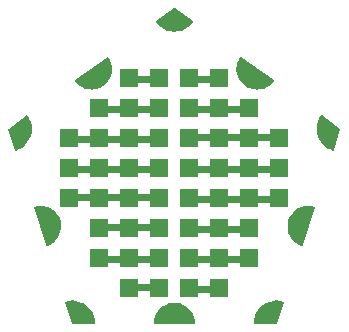
<source format=gbr>
G04 EAGLE Gerber RS-274X export*
G75*
%MOMM*%
%FSLAX34Y34*%
%LPD*%
%INTop Copper*%
%IPPOS*%
%AMOC8*
5,1,8,0,0,1.08239X$1,22.5*%
G01*
%ADD10C,0.800000*%
%ADD11R,1.600000X1.600000*%
%ADD12C,0.609600*%

G36*
X418224Y425214D02*
X418224Y425214D01*
X418257Y425222D01*
X418306Y425223D01*
X421059Y425776D01*
X421091Y425789D01*
X421138Y425799D01*
X423763Y426796D01*
X423792Y426815D01*
X423837Y426832D01*
X426262Y428248D01*
X426288Y428271D01*
X426329Y428295D01*
X428488Y430091D01*
X428510Y430119D01*
X428547Y430149D01*
X430380Y432276D01*
X430394Y432301D01*
X430415Y432322D01*
X430443Y432388D01*
X430477Y432449D01*
X430481Y432479D01*
X430492Y432505D01*
X430491Y432576D01*
X430499Y432647D01*
X430491Y432675D01*
X430491Y432704D01*
X430463Y432770D01*
X430442Y432838D01*
X430424Y432860D01*
X430412Y432887D01*
X430342Y432958D01*
X430336Y432966D01*
X430325Y432981D01*
X430322Y432983D01*
X430315Y432991D01*
X430305Y432996D01*
X430296Y433006D01*
X402796Y453006D01*
X402769Y453018D01*
X402747Y453037D01*
X402679Y453059D01*
X402615Y453088D01*
X402586Y453089D01*
X402558Y453098D01*
X402487Y453092D01*
X402416Y453094D01*
X402389Y453083D01*
X402360Y453081D01*
X402297Y453047D01*
X402231Y453021D01*
X402210Y453001D01*
X402184Y452987D01*
X402137Y452933D01*
X402130Y452928D01*
X402122Y452916D01*
X402119Y452912D01*
X402089Y452882D01*
X402084Y452872D01*
X402075Y452861D01*
X400617Y450462D01*
X400605Y450429D01*
X400580Y450388D01*
X399537Y447781D01*
X399535Y447771D01*
X399533Y447768D01*
X399528Y447742D01*
X399512Y447702D01*
X398912Y444959D01*
X398912Y444924D01*
X398901Y444877D01*
X398761Y442073D01*
X398766Y442039D01*
X398763Y441991D01*
X399086Y439201D01*
X399097Y439168D01*
X399102Y439120D01*
X399880Y436422D01*
X399894Y436396D01*
X399894Y436395D01*
X399895Y436394D01*
X399896Y436391D01*
X399909Y436345D01*
X401121Y433812D01*
X401141Y433784D01*
X401162Y433741D01*
X402774Y431441D01*
X402799Y431417D01*
X402826Y431378D01*
X404795Y429375D01*
X404823Y429355D01*
X404857Y429321D01*
X407128Y427669D01*
X407159Y427655D01*
X407198Y427627D01*
X409710Y426371D01*
X409744Y426362D01*
X409787Y426341D01*
X412471Y425516D01*
X412506Y425513D01*
X412552Y425498D01*
X415335Y425127D01*
X415369Y425129D01*
X415417Y425122D01*
X418224Y425214D01*
G37*
G36*
X277021Y425128D02*
X277021Y425128D01*
X277069Y425127D01*
X279853Y425498D01*
X279885Y425510D01*
X279933Y425516D01*
X282617Y426341D01*
X282648Y426357D01*
X282694Y426371D01*
X285206Y427627D01*
X285233Y427648D01*
X285276Y427669D01*
X287547Y429321D01*
X287570Y429347D01*
X287609Y429375D01*
X289578Y431378D01*
X289596Y431407D01*
X289630Y431441D01*
X291242Y433741D01*
X291256Y433772D01*
X291283Y433812D01*
X292495Y436345D01*
X292503Y436379D01*
X292524Y436422D01*
X293302Y439120D01*
X293304Y439155D01*
X293318Y439201D01*
X293641Y441991D01*
X293638Y442025D01*
X293643Y442073D01*
X293503Y444877D01*
X293494Y444911D01*
X293492Y444959D01*
X292892Y447702D01*
X292878Y447734D01*
X292867Y447781D01*
X291824Y450388D01*
X291805Y450417D01*
X291787Y450462D01*
X290329Y452861D01*
X290309Y452883D01*
X290296Y452909D01*
X290256Y452943D01*
X290250Y452951D01*
X290240Y452957D01*
X290194Y453007D01*
X290167Y453019D01*
X290145Y453038D01*
X290077Y453060D01*
X290012Y453089D01*
X289983Y453090D01*
X289955Y453098D01*
X289885Y453092D01*
X289814Y453093D01*
X289786Y453083D01*
X289757Y453080D01*
X289679Y453041D01*
X289678Y453041D01*
X289678Y453040D01*
X289668Y453036D01*
X289629Y453020D01*
X289621Y453012D01*
X289608Y453006D01*
X262108Y433006D01*
X262089Y432984D01*
X262064Y432969D01*
X262056Y432958D01*
X262054Y432956D01*
X262022Y432912D01*
X261974Y432859D01*
X261964Y432832D01*
X261947Y432808D01*
X261931Y432739D01*
X261908Y432672D01*
X261909Y432643D01*
X261903Y432614D01*
X261915Y432544D01*
X261920Y432473D01*
X261933Y432447D01*
X261938Y432418D01*
X261989Y432333D01*
X262008Y432295D01*
X262017Y432288D01*
X262024Y432276D01*
X263857Y430149D01*
X263885Y430128D01*
X263916Y430091D01*
X266075Y428295D01*
X266105Y428279D01*
X266142Y428248D01*
X268567Y426832D01*
X268600Y426821D01*
X268641Y426796D01*
X271266Y425799D01*
X271300Y425793D01*
X271345Y425776D01*
X274098Y425223D01*
X274133Y425224D01*
X274180Y425214D01*
X276987Y425122D01*
X277021Y425128D01*
G37*
G36*
X363231Y226509D02*
X363231Y226509D01*
X363260Y226506D01*
X363327Y226528D01*
X363397Y226542D01*
X363421Y226559D01*
X363449Y226568D01*
X363502Y226615D01*
X363561Y226655D01*
X363577Y226679D01*
X363599Y226699D01*
X363630Y226763D01*
X363668Y226822D01*
X363673Y226851D01*
X363685Y226877D01*
X363694Y226977D01*
X363701Y227019D01*
X363698Y227029D01*
X363700Y227043D01*
X363468Y229841D01*
X363458Y229875D01*
X363454Y229923D01*
X362765Y232644D01*
X362750Y232676D01*
X362738Y232722D01*
X361610Y235294D01*
X361590Y235322D01*
X361571Y235366D01*
X360035Y237717D01*
X360011Y237741D01*
X359985Y237782D01*
X358083Y239847D01*
X358055Y239868D01*
X358022Y239903D01*
X355807Y241628D01*
X355776Y241643D01*
X355738Y241673D01*
X353268Y243009D01*
X353235Y243019D01*
X353193Y243042D01*
X350553Y243949D01*
X350537Y243954D01*
X350503Y243959D01*
X350457Y243974D01*
X347688Y244436D01*
X347653Y244435D01*
X347606Y244443D01*
X344798Y244443D01*
X344764Y244436D01*
X344716Y244436D01*
X341947Y243974D01*
X341914Y243962D01*
X341867Y243954D01*
X339211Y243042D01*
X339181Y243025D01*
X339136Y243009D01*
X336666Y241673D01*
X336640Y241651D01*
X336597Y241628D01*
X334382Y239903D01*
X334359Y239877D01*
X334321Y239847D01*
X332419Y237782D01*
X332401Y237752D01*
X332369Y237717D01*
X330833Y235366D01*
X330820Y235334D01*
X330794Y235294D01*
X329666Y232722D01*
X329659Y232689D01*
X329656Y232682D01*
X329650Y232673D01*
X329649Y232667D01*
X329639Y232644D01*
X328950Y229923D01*
X328948Y229888D01*
X328936Y229841D01*
X328704Y227043D01*
X328708Y227014D01*
X328703Y226985D01*
X328720Y226916D01*
X328728Y226846D01*
X328742Y226820D01*
X328749Y226792D01*
X328791Y226735D01*
X328826Y226673D01*
X328850Y226655D01*
X328867Y226632D01*
X328928Y226596D01*
X328985Y226553D01*
X329013Y226545D01*
X329038Y226530D01*
X329136Y226514D01*
X329177Y226503D01*
X329188Y226505D01*
X329202Y226503D01*
X363202Y226503D01*
X363231Y226509D01*
G37*
G36*
X454333Y292709D02*
X454333Y292709D01*
X454362Y292706D01*
X454429Y292729D01*
X454499Y292743D01*
X454523Y292760D01*
X454550Y292769D01*
X454604Y292816D01*
X454662Y292856D01*
X454678Y292881D01*
X454700Y292900D01*
X454746Y292988D01*
X454769Y293024D01*
X454770Y293035D01*
X454777Y293048D01*
X465277Y325348D01*
X465280Y325377D01*
X465291Y325404D01*
X465291Y325475D01*
X465299Y325545D01*
X465291Y325573D01*
X465291Y325602D01*
X465263Y325668D01*
X465243Y325736D01*
X465225Y325758D01*
X465213Y325785D01*
X465162Y325835D01*
X465117Y325890D01*
X465091Y325903D01*
X465070Y325923D01*
X464978Y325962D01*
X464941Y325982D01*
X464929Y325983D01*
X464917Y325988D01*
X462187Y326632D01*
X462152Y326633D01*
X462105Y326644D01*
X459307Y326830D01*
X459272Y326825D01*
X459224Y326828D01*
X456433Y326551D01*
X456400Y326541D01*
X456352Y326536D01*
X453645Y325803D01*
X453614Y325788D01*
X453567Y325775D01*
X451018Y324607D01*
X450990Y324586D01*
X450946Y324566D01*
X448623Y322994D01*
X448599Y322969D01*
X448559Y322942D01*
X446527Y321009D01*
X446507Y320981D01*
X446472Y320947D01*
X444786Y318706D01*
X444771Y318675D01*
X444742Y318636D01*
X443448Y316148D01*
X443438Y316115D01*
X443416Y316072D01*
X442549Y313405D01*
X442545Y313370D01*
X442530Y313325D01*
X442114Y310551D01*
X442115Y310516D01*
X442108Y310469D01*
X442154Y307664D01*
X442155Y307662D01*
X442162Y307630D01*
X442162Y307582D01*
X442669Y304824D01*
X442682Y304791D01*
X442691Y304744D01*
X443645Y302107D01*
X443663Y302077D01*
X443679Y302032D01*
X445054Y299587D01*
X445077Y299561D01*
X445101Y299519D01*
X446859Y297334D01*
X446886Y297312D01*
X446916Y297274D01*
X449011Y295409D01*
X449040Y295391D01*
X449076Y295359D01*
X451449Y293864D01*
X451482Y293852D01*
X451522Y293826D01*
X454109Y292742D01*
X454138Y292736D01*
X454163Y292722D01*
X454234Y292717D01*
X454304Y292703D01*
X454333Y292709D01*
G37*
G36*
X238104Y292708D02*
X238104Y292708D01*
X238133Y292704D01*
X238230Y292726D01*
X238272Y292733D01*
X238282Y292738D01*
X238295Y292742D01*
X240882Y293826D01*
X240910Y293845D01*
X240955Y293864D01*
X243328Y295359D01*
X243353Y295383D01*
X243394Y295409D01*
X245488Y297274D01*
X245509Y297302D01*
X245545Y297334D01*
X247303Y299519D01*
X247319Y299550D01*
X247350Y299587D01*
X248725Y302032D01*
X248735Y302065D01*
X248759Y302107D01*
X249713Y304744D01*
X249718Y304778D01*
X249735Y304824D01*
X250242Y307582D01*
X250241Y307617D01*
X250250Y307664D01*
X250296Y310469D01*
X250289Y310503D01*
X250290Y310551D01*
X249874Y313325D01*
X249862Y313357D01*
X249855Y313405D01*
X248988Y316072D01*
X248971Y316102D01*
X248956Y316148D01*
X247662Y318636D01*
X247640Y318663D01*
X247618Y318706D01*
X245932Y320947D01*
X245906Y320970D01*
X245877Y321009D01*
X243845Y322942D01*
X243816Y322960D01*
X243781Y322994D01*
X241458Y324566D01*
X241426Y324579D01*
X241386Y324607D01*
X238837Y325775D01*
X238803Y325783D01*
X238759Y325803D01*
X236052Y326536D01*
X236017Y326538D01*
X235971Y326551D01*
X233180Y326828D01*
X233145Y326825D01*
X233097Y326830D01*
X230299Y326644D01*
X230265Y326635D01*
X230217Y326632D01*
X227487Y325988D01*
X227461Y325976D01*
X227432Y325971D01*
X227371Y325934D01*
X227307Y325905D01*
X227287Y325883D01*
X227262Y325868D01*
X227221Y325810D01*
X227173Y325758D01*
X227163Y325730D01*
X227146Y325706D01*
X227131Y325637D01*
X227107Y325570D01*
X227109Y325541D01*
X227103Y325512D01*
X227117Y325414D01*
X227120Y325371D01*
X227125Y325361D01*
X227127Y325348D01*
X237627Y293048D01*
X237642Y293022D01*
X237648Y292994D01*
X237690Y292936D01*
X237725Y292875D01*
X237748Y292857D01*
X237765Y292833D01*
X237826Y292797D01*
X237883Y292753D01*
X237911Y292746D01*
X237936Y292731D01*
X238006Y292721D01*
X238075Y292703D01*
X238104Y292708D01*
G37*
G36*
X278630Y226508D02*
X278630Y226508D01*
X278658Y226506D01*
X278726Y226528D01*
X278797Y226542D01*
X278820Y226558D01*
X278847Y226567D01*
X278901Y226614D01*
X278961Y226655D01*
X278976Y226679D01*
X278997Y226697D01*
X279029Y226762D01*
X279068Y226822D01*
X279073Y226850D01*
X279085Y226875D01*
X279094Y226978D01*
X279101Y227019D01*
X279099Y227029D01*
X279100Y227041D01*
X278866Y230017D01*
X278857Y230049D01*
X278854Y230095D01*
X278158Y232998D01*
X278144Y233028D01*
X278134Y233072D01*
X276992Y235831D01*
X276973Y235858D01*
X276956Y235901D01*
X275397Y238446D01*
X275374Y238471D01*
X275351Y238510D01*
X273413Y240780D01*
X273386Y240801D01*
X273357Y240836D01*
X271088Y242775D01*
X271059Y242791D01*
X271024Y242821D01*
X268479Y244382D01*
X268448Y244393D01*
X268409Y244417D01*
X265651Y245560D01*
X265619Y245567D01*
X265577Y245585D01*
X262674Y246282D01*
X262641Y246283D01*
X262597Y246295D01*
X259621Y246529D01*
X259588Y246525D01*
X259542Y246529D01*
X256566Y246296D01*
X256534Y246287D01*
X256489Y246284D01*
X253586Y245587D01*
X253560Y245575D01*
X253532Y245571D01*
X253470Y245534D01*
X253405Y245504D01*
X253386Y245482D01*
X253362Y245468D01*
X253320Y245409D01*
X253272Y245356D01*
X253263Y245329D01*
X253246Y245306D01*
X253231Y245236D01*
X253207Y245168D01*
X253209Y245140D01*
X253203Y245112D01*
X253218Y245012D01*
X253221Y244970D01*
X253225Y244960D01*
X253227Y244947D01*
X259127Y226847D01*
X259142Y226821D01*
X259149Y226792D01*
X259191Y226735D01*
X259225Y226674D01*
X259249Y226656D01*
X259267Y226632D01*
X259327Y226596D01*
X259383Y226553D01*
X259412Y226546D01*
X259438Y226530D01*
X259534Y226514D01*
X259576Y226503D01*
X259588Y226505D01*
X259602Y226503D01*
X278602Y226503D01*
X278630Y226508D01*
G37*
G36*
X432831Y226509D02*
X432831Y226509D01*
X432861Y226506D01*
X432928Y226528D01*
X432997Y226542D01*
X433022Y226559D01*
X433050Y226569D01*
X433103Y226615D01*
X433161Y226655D01*
X433177Y226680D01*
X433199Y226700D01*
X433245Y226786D01*
X433268Y226822D01*
X433270Y226834D01*
X433277Y226847D01*
X439177Y244947D01*
X439180Y244976D01*
X439191Y245002D01*
X439191Y245074D01*
X439199Y245145D01*
X439191Y245172D01*
X439191Y245201D01*
X439164Y245267D01*
X439143Y245336D01*
X439125Y245358D01*
X439114Y245384D01*
X439063Y245434D01*
X439017Y245489D01*
X438992Y245502D01*
X438972Y245522D01*
X438878Y245562D01*
X438841Y245582D01*
X438830Y245582D01*
X438818Y245587D01*
X435915Y246284D01*
X435882Y246285D01*
X435838Y246296D01*
X432862Y246529D01*
X432829Y246525D01*
X432783Y246529D01*
X429807Y246295D01*
X429775Y246285D01*
X429730Y246282D01*
X426827Y245585D01*
X426797Y245571D01*
X426753Y245560D01*
X424040Y244436D01*
X423995Y244417D01*
X423967Y244399D01*
X423925Y244382D01*
X421380Y242821D01*
X421356Y242799D01*
X421316Y242775D01*
X419047Y240836D01*
X419026Y240810D01*
X418991Y240780D01*
X417053Y238510D01*
X417037Y238481D01*
X417007Y238446D01*
X415448Y235901D01*
X415436Y235869D01*
X415412Y235831D01*
X414270Y233072D01*
X414264Y233040D01*
X414246Y232998D01*
X413550Y230095D01*
X413549Y230062D01*
X413538Y230017D01*
X413304Y227041D01*
X413308Y227013D01*
X413303Y226985D01*
X413320Y226915D01*
X413329Y226844D01*
X413343Y226819D01*
X413349Y226792D01*
X413392Y226734D01*
X413428Y226671D01*
X413450Y226655D01*
X413467Y226632D01*
X413529Y226595D01*
X413587Y226552D01*
X413614Y226545D01*
X413638Y226530D01*
X413739Y226513D01*
X413779Y226503D01*
X413790Y226505D01*
X413802Y226503D01*
X432802Y226503D01*
X432831Y226509D01*
G37*
G36*
X349219Y474292D02*
X349219Y474292D01*
X349251Y474301D01*
X349296Y474304D01*
X352201Y475002D01*
X352231Y475016D01*
X352275Y475026D01*
X355035Y476169D01*
X355063Y476187D01*
X355105Y476204D01*
X357652Y477765D01*
X357676Y477788D01*
X357715Y477811D01*
X359986Y479751D01*
X360007Y479777D01*
X360042Y479806D01*
X361982Y482078D01*
X361996Y482103D01*
X362016Y482124D01*
X362044Y482189D01*
X362078Y482252D01*
X362081Y482281D01*
X362092Y482307D01*
X362092Y482379D01*
X362099Y482449D01*
X362091Y482477D01*
X362090Y482506D01*
X362062Y482572D01*
X362041Y482640D01*
X362022Y482662D01*
X362011Y482689D01*
X361941Y482760D01*
X361914Y482792D01*
X361904Y482797D01*
X361894Y482807D01*
X346494Y493907D01*
X346468Y493919D01*
X346447Y493937D01*
X346378Y493959D01*
X346313Y493989D01*
X346284Y493989D01*
X346257Y493998D01*
X346186Y493992D01*
X346114Y493993D01*
X346088Y493983D01*
X346059Y493980D01*
X345968Y493936D01*
X345929Y493920D01*
X345922Y493913D01*
X345910Y493907D01*
X330510Y482807D01*
X330490Y482786D01*
X330465Y482771D01*
X330423Y482713D01*
X330375Y482661D01*
X330365Y482634D01*
X330348Y482610D01*
X330332Y482541D01*
X330308Y482474D01*
X330310Y482445D01*
X330303Y482416D01*
X330315Y482346D01*
X330319Y482275D01*
X330332Y482249D01*
X330337Y482221D01*
X330388Y482135D01*
X330407Y482097D01*
X330415Y482090D01*
X330422Y482078D01*
X332362Y479806D01*
X332388Y479786D01*
X332418Y479751D01*
X334689Y477811D01*
X334718Y477795D01*
X334752Y477765D01*
X337299Y476204D01*
X337330Y476193D01*
X337369Y476169D01*
X340129Y475026D01*
X340161Y475019D01*
X340203Y475002D01*
X343108Y474304D01*
X343141Y474303D01*
X343185Y474292D01*
X346163Y474058D01*
X346196Y474062D01*
X346241Y474058D01*
X349219Y474292D01*
G37*
G36*
X480534Y373209D02*
X480534Y373209D01*
X480563Y373206D01*
X480631Y373229D01*
X480701Y373244D01*
X480724Y373260D01*
X480752Y373270D01*
X480805Y373317D01*
X480864Y373358D01*
X480879Y373382D01*
X480901Y373401D01*
X480947Y373491D01*
X480969Y373527D01*
X480971Y373537D01*
X480977Y373549D01*
X486777Y391549D01*
X486780Y391577D01*
X486792Y391604D01*
X486791Y391675D01*
X486799Y391747D01*
X486791Y391774D01*
X486791Y391803D01*
X486763Y391869D01*
X486742Y391937D01*
X486724Y391959D01*
X486713Y391986D01*
X486643Y392058D01*
X486616Y392090D01*
X486606Y392095D01*
X486597Y392105D01*
X471297Y403305D01*
X471270Y403317D01*
X471248Y403336D01*
X471181Y403358D01*
X471116Y403388D01*
X471087Y403389D01*
X471059Y403398D01*
X470989Y403392D01*
X470918Y403394D01*
X470890Y403384D01*
X470861Y403381D01*
X470798Y403348D01*
X470732Y403322D01*
X470711Y403302D01*
X470686Y403288D01*
X470620Y403213D01*
X470590Y403183D01*
X470585Y403173D01*
X470576Y403163D01*
X469021Y400623D01*
X469010Y400592D01*
X468986Y400553D01*
X467847Y397801D01*
X467841Y397769D01*
X467823Y397727D01*
X467129Y394831D01*
X467128Y394798D01*
X467117Y394754D01*
X466884Y391785D01*
X466888Y391752D01*
X466884Y391706D01*
X467119Y388738D01*
X467128Y388706D01*
X467131Y388660D01*
X467828Y385765D01*
X467842Y385735D01*
X467852Y385691D01*
X468992Y382940D01*
X469011Y382912D01*
X469028Y382870D01*
X470585Y380331D01*
X470608Y380307D01*
X470631Y380268D01*
X472566Y378004D01*
X472592Y377984D01*
X472621Y377949D01*
X474887Y376016D01*
X474916Y376000D01*
X474950Y375970D01*
X477490Y374415D01*
X477521Y374403D01*
X477559Y374379D01*
X480311Y373241D01*
X480339Y373235D01*
X480365Y373222D01*
X480436Y373216D01*
X480506Y373203D01*
X480534Y373209D01*
G37*
G36*
X211902Y373208D02*
X211902Y373208D01*
X211931Y373204D01*
X212029Y373226D01*
X212071Y373232D01*
X212080Y373238D01*
X212093Y373241D01*
X214845Y374379D01*
X214872Y374398D01*
X214914Y374415D01*
X217454Y375970D01*
X217478Y375992D01*
X217518Y376016D01*
X219783Y377949D01*
X219803Y377975D01*
X219838Y378004D01*
X221773Y380268D01*
X221789Y380297D01*
X221819Y380331D01*
X223376Y382870D01*
X223387Y382901D01*
X223412Y382940D01*
X224552Y385691D01*
X224559Y385723D01*
X224576Y385765D01*
X225273Y388660D01*
X225274Y388694D01*
X225285Y388738D01*
X225520Y391706D01*
X225516Y391739D01*
X225520Y391785D01*
X225287Y394754D01*
X225278Y394786D01*
X225275Y394831D01*
X224581Y397727D01*
X224567Y397757D01*
X224557Y397801D01*
X223418Y400553D01*
X223400Y400581D01*
X223383Y400623D01*
X221828Y403163D01*
X221808Y403184D01*
X221795Y403210D01*
X221741Y403256D01*
X221692Y403308D01*
X221666Y403320D01*
X221643Y403339D01*
X221576Y403360D01*
X221511Y403389D01*
X221482Y403390D01*
X221454Y403399D01*
X221383Y403392D01*
X221312Y403393D01*
X221285Y403382D01*
X221256Y403379D01*
X221167Y403335D01*
X221127Y403319D01*
X221119Y403311D01*
X221107Y403305D01*
X205807Y392105D01*
X205788Y392084D01*
X205763Y392069D01*
X205722Y392011D01*
X205673Y391958D01*
X205664Y391931D01*
X205647Y391907D01*
X205631Y391838D01*
X205607Y391770D01*
X205609Y391742D01*
X205603Y391714D01*
X205617Y391614D01*
X205620Y391572D01*
X205625Y391562D01*
X205627Y391549D01*
X211427Y373549D01*
X211441Y373524D01*
X211447Y373496D01*
X211489Y373438D01*
X211524Y373376D01*
X211547Y373358D01*
X211564Y373335D01*
X211625Y373298D01*
X211682Y373254D01*
X211709Y373247D01*
X211734Y373232D01*
X211805Y373222D01*
X211874Y373204D01*
X211902Y373208D01*
G37*
D10*
X346202Y486702D03*
X479802Y389602D03*
X428802Y232502D03*
X263602Y232502D03*
X212602Y389602D03*
X413002Y438202D03*
X454302Y311102D03*
X346202Y232502D03*
X238102Y311102D03*
X279402Y438202D03*
D11*
X333502Y358902D03*
X333502Y333502D03*
X358902Y358902D03*
X358902Y333502D03*
X308102Y333502D03*
X282702Y333502D03*
X257302Y333502D03*
X257302Y358902D03*
X282702Y358902D03*
X308102Y358902D03*
X384302Y358902D03*
X409702Y358902D03*
X435102Y358902D03*
X435102Y333502D03*
X409702Y333502D03*
X384302Y333502D03*
X282702Y384302D03*
X257302Y384302D03*
X308102Y384302D03*
X333502Y384302D03*
X358902Y384302D03*
X384302Y384302D03*
X409702Y384302D03*
X435102Y384302D03*
X282702Y308102D03*
X308102Y308102D03*
X333502Y308102D03*
X358902Y308102D03*
X384302Y308102D03*
X409702Y308102D03*
X282702Y282702D03*
X308102Y282702D03*
X333502Y282702D03*
X358902Y282702D03*
X384302Y282702D03*
X409702Y282702D03*
X282702Y409702D03*
X308102Y409702D03*
X333502Y409702D03*
X358902Y409702D03*
X384302Y409702D03*
X409702Y409702D03*
X384302Y435102D03*
X358902Y435102D03*
X333502Y435102D03*
X308102Y435102D03*
X308102Y257302D03*
X333502Y257302D03*
X358902Y257302D03*
X384302Y257302D03*
D12*
X334010Y434340D02*
X308610Y434340D01*
X334010Y410210D02*
X332740Y408940D01*
X283210Y408940D01*
X283210Y383540D02*
X334010Y383540D01*
X359410Y434340D02*
X384810Y434340D01*
X359410Y408940D02*
X410210Y408940D01*
X435610Y384810D02*
X358140Y384810D01*
X358140Y358140D02*
X435610Y358140D01*
X281940Y383540D02*
X256540Y383540D01*
X256540Y358140D02*
X332740Y358140D01*
X334010Y334010D02*
X256540Y334010D01*
X359410Y332740D02*
X435610Y332740D01*
X408940Y307340D02*
X359410Y307340D01*
X358140Y306070D01*
X358140Y281940D02*
X410210Y281940D01*
X332740Y308610D02*
X281940Y308610D01*
X283210Y283210D02*
X284480Y281940D01*
X334010Y281940D01*
X334010Y257810D02*
X307340Y257810D01*
X358140Y256540D02*
X384810Y256540D01*
M02*

</source>
